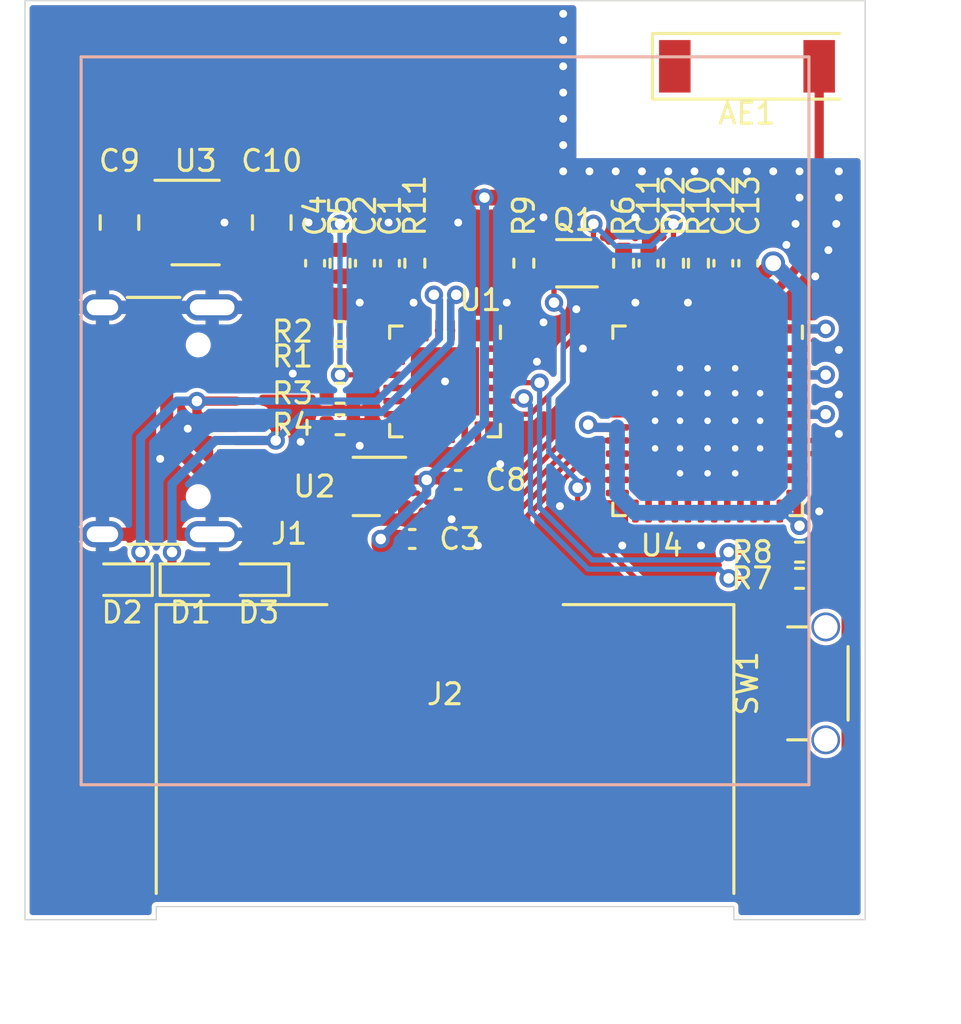
<source format=kicad_pcb>
(kicad_pcb (version 20171130) (host pcbnew "(5.1.9-0-10_14)")
  (layers (0 F.Cu signal) (31 B.Cu signal) (34 B.Paste user) (35 F.Paste user) (36 B.SilkS user) (37 F.SilkS user) (38 B.Mask user) (39 F.Mask user) (44 Edge.Cuts user))
  (net 0 "")
  (net 1 GND)
  (net 2 /D+)
  (net 3 /D-)
  (net 4 +5V)
  (net 5 +3V3)
  (net 6 /BLK)
  (net 7 /ESP_VDD)
  (net 8 "Net-(J1-PadA5)")
  (net 9 "Net-(J1-PadB5)")
  (net 10 /LEDK)
  (net 11 /ESP_TX)
  (net 12 /ESP_RX)
  (net 13 /BOOT)
  (net 14 /LCD_SDA)
  (net 15 /LCD_SCL)
  (net 16 /LCD_RES)
  (net 17 /LCD_DC)
  (net 18 /EN)
  (net 19 "Net-(AE1-Pad1)")
  (net 20 "Net-(Q1-Pad2)")
  (net 21 "Net-(Q1-Pad1)")
  (net 22 "Net-(R1-Pad1)")
  (net 23 "Net-(R5-Pad1)")
  (net 24 /RTS)
  (net 25 /USB_RX)
  (net 26 /USB_TX)
  (net 27 /DTR)
  (net 28 "Net-(C4-Pad1)")
  (net 29 "Net-(C1-Pad1)")
  (module Resistor_SMD:R_0402_1005Metric (layer F.Cu) (at 98.85 94 90)
    (fp_text reference R11 (at 0.95 0 90) (layer F.SilkS) (effects (font (size 0.8 0.8) (thickness 0.12)) (justify left)))
    (fp_text value 0)
    (pad 2 smd roundrect (at 0.51 0 90) (size 0.54 0.64) (layers F.Cu F.Paste F.Mask) (net 5 +3V3))
    (pad 1 smd roundrect (at -0.51 0 90) (size 0.54 0.64) (layers F.Cu F.Paste F.Mask) (net 29 "Net-(C1-Pad1)"))
  )
  (module JLC-SMT:ESP32-PICO_QFN-48_7x7mm_P0.5mm_EP4.5x4.5mm_ThermalVias (layer F.Cu) (at 110 100 270)
    (fp_text reference U4 (at 4.75 1.75) (layer F.SilkS) (effects (font (size 0.8 0.8) (thickness 0.12))))
    (fp_text value ESP32-PICO-V3-02)
    (pad 49 smd rect (at 0 0 270) (size 4.5 4.5) (layers B.Cu) (net 1 GND))
    (pad 49 thru_hole circle (at -1.05 2 270) (size 0.5 0.5) (drill 0.25) (layers *.Cu) (net 1 GND))
    (pad 49 thru_hole circle (at 0 2 270) (size 0.5 0.5) (drill 0.25) (layers *.Cu) (net 1 GND))
    (pad 49 thru_hole circle (at 1.05 2 270) (size 0.5 0.5) (drill 0.25) (layers *.Cu) (net 1 GND))
    (pad 49 thru_hole circle (at -1.05 1.05 270) (size 0.5 0.5) (drill 0.25) (layers *.Cu) (net 1 GND))
    (pad 49 thru_hole circle (at 0 1.05 270) (size 0.5 0.5) (drill 0.25) (layers *.Cu) (net 1 GND))
    (pad 49 thru_hole circle (at 1.05 1.05 270) (size 0.5 0.5) (drill 0.25) (layers *.Cu) (net 1 GND))
    (pad 49 thru_hole circle (at -1.05 0 270) (size 0.5 0.5) (drill 0.25) (layers *.Cu) (net 1 GND))
    (pad 49 thru_hole circle (at 0 0 270) (size 0.5 0.5) (drill 0.25) (layers *.Cu) (net 1 GND))
    (pad 49 thru_hole circle (at 1.05 0 270) (size 0.5 0.5) (drill 0.25) (layers *.Cu) (net 1 GND))
    (pad 49 thru_hole circle (at -1.05 -1.05 270) (size 0.5 0.5) (drill 0.25) (layers *.Cu) (net 1 GND))
    (pad 49 thru_hole circle (at 0 -1.05 270) (size 0.5 0.5) (drill 0.25) (layers *.Cu) (net 1 GND))
    (pad 49 thru_hole circle (at 1.05 -1.05 270) (size 0.5 0.5) (drill 0.25) (layers *.Cu) (net 1 GND))
    (pad 49 thru_hole circle (at 2 1.05 270) (size 0.5 0.5) (drill 0.25) (layers *.Cu) (net 1 GND))
    (pad 49 thru_hole circle (at -2 1.05 270) (size 0.5 0.5) (drill 0.25) (layers *.Cu) (net 1 GND))
    (pad 49 thru_hole circle (at 2 0 270) (size 0.5 0.5) (drill 0.25) (layers *.Cu) (net 1 GND))
    (pad 49 thru_hole circle (at -2 0 270) (size 0.5 0.5) (drill 0.25) (layers *.Cu) (net 1 GND))
    (pad 49 thru_hole circle (at 2 -1.05 270) (size 0.5 0.5) (drill 0.25) (layers *.Cu) (net 1 GND))
    (pad 49 thru_hole circle (at -2 -1.05 270) (size 0.5 0.5) (drill 0.25) (layers *.Cu) (net 1 GND))
    (pad 49 thru_hole circle (at 1.05 -2 270) (size 0.5 0.5) (drill 0.25) (layers *.Cu) (net 1 GND))
    (pad 49 thru_hole circle (at 0 -2 270) (size 0.5 0.5) (drill 0.25) (layers *.Cu) (net 1 GND))
    (pad 49 thru_hole circle (at -1.05 -2 270) (size 0.5 0.5) (drill 0.25) (layers *.Cu) (net 1 GND))
    (pad 49 smd rect (at 0 0 270) (size 4.5 4.5) (layers F.Cu F.Mask) (net 1 GND))
    (pad 48 smd roundrect (at -2.75 -3.4375 270) (size 0.25 0.875) (layers F.Cu F.Paste F.Mask))
    (pad 47 smd roundrect (at -2.25 -3.4375 270) (size 0.25 0.875) (layers F.Cu F.Paste F.Mask))
    (pad 46 smd roundrect (at -1.75 -3.4375 270) (size 0.25 0.875) (layers F.Cu F.Paste F.Mask) (net 7 /ESP_VDD))
    (pad 45 smd roundrect (at -1.25 -3.4375 270) (size 0.25 0.875) (layers F.Cu F.Paste F.Mask))
    (pad 44 smd roundrect (at -0.75 -3.4375 270) (size 0.25 0.875) (layers F.Cu F.Paste F.Mask))
    (pad 43 smd roundrect (at -0.25 -3.4375 270) (size 0.25 0.875) (layers F.Cu F.Paste F.Mask) (net 7 /ESP_VDD))
    (pad 42 smd roundrect (at 0.25 -3.4375 270) (size 0.25 0.875) (layers F.Cu F.Paste F.Mask))
    (pad 41 smd roundrect (at 0.75 -3.4375 270) (size 0.25 0.875) (layers F.Cu F.Paste F.Mask) (net 11 /ESP_TX))
    (pad 40 smd roundrect (at 1.25 -3.4375 270) (size 0.25 0.875) (layers F.Cu F.Paste F.Mask) (net 12 /ESP_RX))
    (pad 39 smd roundrect (at 1.75 -3.4375 270) (size 0.25 0.875) (layers F.Cu F.Paste F.Mask))
    (pad 38 smd roundrect (at 2.25 -3.4375 270) (size 0.25 0.875) (layers F.Cu F.Paste F.Mask))
    (pad 37 smd roundrect (at 2.75 -3.4375 270) (size 0.25 0.875) (layers F.Cu F.Paste F.Mask) (net 7 /ESP_VDD))
    (pad 36 smd roundrect (at 3.4375 -2.75 270) (size 0.875 0.25) (layers F.Cu F.Paste F.Mask))
    (pad 35 smd roundrect (at 3.4375 -2.25 270) (size 0.875 0.25) (layers F.Cu F.Paste F.Mask))
    (pad 34 smd roundrect (at 3.4375 -1.75 270) (size 0.875 0.25) (layers F.Cu F.Paste F.Mask))
    (pad 33 smd roundrect (at 3.4375 -1.25 270) (size 0.875 0.25) (layers F.Cu F.Paste F.Mask))
    (pad 32 smd roundrect (at 3.4375 -0.75 270) (size 0.875 0.25) (layers F.Cu F.Paste F.Mask))
    (pad 31 smd roundrect (at 3.4375 -0.25 270) (size 0.875 0.25) (layers F.Cu F.Paste F.Mask))
    (pad 30 smd roundrect (at 3.4375 0.25 270) (size 0.875 0.25) (layers F.Cu F.Paste F.Mask))
    (pad 29 smd roundrect (at 3.4375 0.75 270) (size 0.875 0.25) (layers F.Cu F.Paste F.Mask))
    (pad 28 smd roundrect (at 3.4375 1.25 270) (size 0.875 0.25) (layers F.Cu F.Paste F.Mask))
    (pad 27 smd roundrect (at 3.4375 1.75 270) (size 0.875 0.25) (layers F.Cu F.Paste F.Mask))
    (pad 26 smd roundrect (at 3.4375 2.25 270) (size 0.875 0.25) (layers F.Cu F.Paste F.Mask))
    (pad 25 smd roundrect (at 3.4375 2.75 270) (size 0.875 0.25) (layers F.Cu F.Paste F.Mask))
    (pad 24 smd roundrect (at 2.75 3.4375 270) (size 0.25 0.875) (layers F.Cu F.Paste F.Mask))
    (pad 23 smd roundrect (at 2.25 3.4375 270) (size 0.25 0.875) (layers F.Cu F.Paste F.Mask) (net 13 /BOOT))
    (pad 22 smd roundrect (at 1.75 3.4375 270) (size 0.25 0.875) (layers F.Cu F.Paste F.Mask) (net 16 /LCD_RES))
    (pad 21 smd roundrect (at 1.25 3.4375 270) (size 0.25 0.875) (layers F.Cu F.Paste F.Mask))
    (pad 20 smd roundrect (at 0.75 3.4375 270) (size 0.25 0.875) (layers F.Cu F.Paste F.Mask) (net 14 /LCD_SDA))
    (pad 19 smd roundrect (at 0.25 3.4375 270) (size 0.25 0.875) (layers F.Cu F.Paste F.Mask) (net 7 /ESP_VDD))
    (pad 18 smd roundrect (at -0.25 3.4375 270) (size 0.25 0.875) (layers F.Cu F.Paste F.Mask))
    (pad 17 smd roundrect (at -0.75 3.4375 270) (size 0.25 0.875) (layers F.Cu F.Paste F.Mask) (net 15 /LCD_SCL))
    (pad 16 smd roundrect (at -1.25 3.4375 270) (size 0.25 0.875) (layers F.Cu F.Paste F.Mask) (net 17 /LCD_DC))
    (pad 15 smd roundrect (at -1.75 3.4375 270) (size 0.25 0.875) (layers F.Cu F.Paste F.Mask))
    (pad 14 smd roundrect (at -2.25 3.4375 270) (size 0.25 0.875) (layers F.Cu F.Paste F.Mask) (net 6 /BLK))
    (pad 13 smd roundrect (at -2.75 3.4375 270) (size 0.25 0.875) (layers F.Cu F.Paste F.Mask))
    (pad 12 smd roundrect (at -3.4375 2.75 270) (size 0.875 0.25) (layers F.Cu F.Paste F.Mask))
    (pad 11 smd roundrect (at -3.4375 2.25 270) (size 0.875 0.25) (layers F.Cu F.Paste F.Mask))
    (pad 10 smd roundrect (at -3.4375 1.75 270) (size 0.875 0.25) (layers F.Cu F.Paste F.Mask))
    (pad 9 smd roundrect (at -3.4375 1.25 270) (size 0.875 0.25) (layers F.Cu F.Paste F.Mask) (net 18 /EN))
    (pad 8 smd roundrect (at -3.4375 0.75 270) (size 0.875 0.25) (layers F.Cu F.Paste F.Mask))
    (pad 7 smd roundrect (at -3.4375 0.25 270) (size 0.875 0.25) (layers F.Cu F.Paste F.Mask))
    (pad 6 smd roundrect (at -3.4375 -0.25 270) (size 0.875 0.25) (layers F.Cu F.Paste F.Mask))
    (pad 5 smd roundrect (at -3.4375 -0.75 270) (size 0.875 0.25) (layers F.Cu F.Paste F.Mask))
    (pad 4 smd roundrect (at -3.4375 -1.25 270) (size 0.875 0.25) (layers F.Cu F.Paste F.Mask) (net 7 /ESP_VDD))
    (pad 3 smd roundrect (at -3.4375 -1.75 270) (size 0.875 0.25) (layers F.Cu F.Paste F.Mask) (net 7 /ESP_VDD))
    (pad 2 smd roundrect (at -3.4375 -2.25 270) (size 0.875 0.25) (layers F.Cu F.Paste F.Mask) (net 19 "Net-(AE1-Pad1)"))
    (pad 1 smd roundrect (at -3.4375 -2.75 270) (size 0.875 0.25) (layers F.Cu F.Paste F.Mask) (net 7 /ESP_VDD))
  )
  (module Package_TO_SOT_SMD:SOT-23-5 (layer F.Cu) (at 90.5 92.449999)
    (fp_text reference U3 (at 0 -2.349999) (layer F.SilkS) (effects (font (size 0.8 0.8) (thickness 0.12))))
    (fp_text value LP2992AIM5X-3.3)
    (pad 5 smd rect (at 1.1 -0.95) (size 1.06 0.65) (layers F.Cu F.Paste F.Mask) (net 5 +3V3))
    (pad 4 smd rect (at 1.1 0.95) (size 1.06 0.65) (layers F.Cu F.Paste F.Mask) (net 28 "Net-(C4-Pad1)"))
    (pad 3 smd rect (at -1.1 0.95) (size 1.06 0.65) (layers F.Cu F.Paste F.Mask) (net 4 +5V))
    (pad 2 smd rect (at -1.1 0) (size 1.06 0.65) (layers F.Cu F.Paste F.Mask) (net 1 GND))
    (pad 1 smd rect (at -1.1 -0.95) (size 1.06 0.65) (layers F.Cu F.Paste F.Mask) (net 4 +5V))
  )
  (module Capacitor_SMD:C_0402_1005Metric (layer F.Cu) (at 95.05 94 270)
    (fp_text reference C4 (at -0.95 0 90) (layer F.SilkS) (effects (font (size 0.8 0.8) (thickness 0.12)) (justify left)))
    (fp_text value 10nF)
    (pad 2 smd roundrect (at 0.48 0 270) (size 0.56 0.62) (layers F.Cu F.Paste F.Mask) (net 1 GND))
    (pad 1 smd roundrect (at -0.48 0 270) (size 0.56 0.62) (layers F.Cu F.Paste F.Mask) (net 28 "Net-(C4-Pad1)"))
  )
  (module Package_TO_SOT_SMD:SOT-563 (layer F.Cu) (at 104.9 94 180)
    (fp_text reference Q1 (at 0 1.65 180) (layer F.SilkS) (effects (font (size 0.8 0.8) (thickness 0.12))))
    (fp_text value BC847BVC-7)
    (pad 5 smd rect (at 0.75 0 180) (size 0.7 0.4) (layers F.Cu F.Paste F.Mask) (net 21 "Net-(Q1-Pad1)"))
    (pad 4 smd rect (at 0.75 0.5 180) (size 0.7 0.4) (layers F.Cu F.Paste F.Mask) (net 20 "Net-(Q1-Pad2)"))
    (pad 2 smd rect (at -0.75 0 180) (size 0.7 0.4) (layers F.Cu F.Paste F.Mask) (net 20 "Net-(Q1-Pad2)"))
    (pad 6 smd rect (at 0.75 -0.5 180) (size 0.7 0.4) (layers F.Cu F.Paste F.Mask) (net 13 /BOOT))
    (pad 3 smd rect (at -0.75 0.5 180) (size 0.7 0.4) (layers F.Cu F.Paste F.Mask) (net 18 /EN))
    (pad 1 smd rect (at -0.75 -0.5 180) (size 0.7 0.4) (layers F.Cu F.Paste F.Mask) (net 21 "Net-(Q1-Pad1)"))
  )
  (module Capacitor_SMD:C_0402_1005Metric (layer F.Cu) (at 111.55 94 90)
    (fp_text reference C13 (at 0.95 0 90) (layer F.SilkS) (effects (font (size 0.8 0.8) (thickness 0.12)) (justify left)))
    (fp_text value 100nF)
    (pad 2 smd roundrect (at 0.48 0 90) (size 0.56 0.62) (layers F.Cu F.Paste F.Mask) (net 1 GND))
    (pad 1 smd roundrect (at -0.48 0 90) (size 0.56 0.62) (layers F.Cu F.Paste F.Mask) (net 7 /ESP_VDD))
  )
  (module Capacitor_SMD:C_0402_1005Metric (layer F.Cu) (at 110.6 94 90)
    (fp_text reference C12 (at 0.95 0 90) (layer F.SilkS) (effects (font (size 0.8 0.8) (thickness 0.12)) (justify left)))
    (fp_text value 10uF/6.3V)
    (pad 2 smd roundrect (at 0.48 0 90) (size 0.56 0.62) (layers F.Cu F.Paste F.Mask) (net 1 GND))
    (pad 1 smd roundrect (at -0.48 0 90) (size 0.56 0.62) (layers F.Cu F.Paste F.Mask) (net 7 /ESP_VDD))
  )
  (module Capacitor_SMD:C_0402_1005Metric (layer F.Cu) (at 97.899999 94 90)
    (fp_text reference C1 (at 0.95 0.000001 90) (layer F.SilkS) (effects (font (size 0.8 0.8) (thickness 0.12)) (justify left)))
    (fp_text value 4.7uF)
    (pad 2 smd roundrect (at 0.48 0 90) (size 0.56 0.62) (layers F.Cu F.Paste F.Mask) (net 1 GND))
    (pad 1 smd roundrect (at -0.48 0 90) (size 0.56 0.62) (layers F.Cu F.Paste F.Mask) (net 29 "Net-(C1-Pad1)"))
  )
  (module Package_DFN_QFN:QFN-24-1EP_4x4mm_P0.5mm_EP2.6x2.6mm (layer F.Cu) (at 100 98.5 270)
    (fp_text reference U1 (at -3.1 -1.35 180) (layer F.SilkS) (effects (font (size 0.8 0.8) (thickness 0.12))))
    (fp_text value CP2102N-A02-GQFN24R)
    (pad 25 smd rect (at 0 0 270) (size 2.6 2.6) (layers F.Cu F.Mask) (net 1 GND))
    (pad 24 smd roundrect (at -1.25 -1.9375 270) (size 0.25 0.825) (layers F.Cu F.Paste F.Mask))
    (pad 23 smd roundrect (at -0.75 -1.9375 270) (size 0.25 0.825) (layers F.Cu F.Paste F.Mask) (net 27 /DTR))
    (pad 22 smd roundrect (at -0.25 -1.9375 270) (size 0.25 0.825) (layers F.Cu F.Paste F.Mask))
    (pad 21 smd roundrect (at 0.25 -1.9375 270) (size 0.25 0.825) (layers F.Cu F.Paste F.Mask) (net 26 /USB_TX))
    (pad 20 smd roundrect (at 0.75 -1.9375 270) (size 0.25 0.825) (layers F.Cu F.Paste F.Mask) (net 25 /USB_RX))
    (pad 19 smd roundrect (at 1.25 -1.9375 270) (size 0.25 0.825) (layers F.Cu F.Paste F.Mask) (net 24 /RTS))
    (pad 18 smd roundrect (at 1.9375 -1.25 270) (size 0.825 0.25) (layers F.Cu F.Paste F.Mask))
    (pad 17 smd roundrect (at 1.9375 -0.75 270) (size 0.825 0.25) (layers F.Cu F.Paste F.Mask))
    (pad 16 smd roundrect (at 1.9375 -0.25 270) (size 0.825 0.25) (layers F.Cu F.Paste F.Mask))
    (pad 15 smd roundrect (at 1.9375 0.25 270) (size 0.825 0.25) (layers F.Cu F.Paste F.Mask))
    (pad 14 smd roundrect (at 1.9375 0.75 270) (size 0.825 0.25) (layers F.Cu F.Paste F.Mask))
    (pad 13 smd roundrect (at 1.9375 1.25 270) (size 0.825 0.25) (layers F.Cu F.Paste F.Mask))
    (pad 12 smd roundrect (at 1.25 1.9375 270) (size 0.25 0.825) (layers F.Cu F.Paste F.Mask))
    (pad 11 smd roundrect (at 0.75 1.9375 270) (size 0.25 0.825) (layers F.Cu F.Paste F.Mask))
    (pad 10 smd roundrect (at 0.25 1.9375 270) (size 0.25 0.825) (layers F.Cu F.Paste F.Mask))
    (pad 9 smd roundrect (at -0.25 1.9375 270) (size 0.25 0.825) (layers F.Cu F.Paste F.Mask) (net 23 "Net-(R5-Pad1)"))
    (pad 8 smd roundrect (at -0.75 1.9375 270) (size 0.25 0.825) (layers F.Cu F.Paste F.Mask) (net 22 "Net-(R1-Pad1)"))
    (pad 7 smd roundrect (at -1.25 1.9375 270) (size 0.25 0.825) (layers F.Cu F.Paste F.Mask) (net 29 "Net-(C1-Pad1)"))
    (pad 6 smd roundrect (at -1.9375 1.25 270) (size 0.825 0.25) (layers F.Cu F.Paste F.Mask) (net 29 "Net-(C1-Pad1)"))
    (pad 5 smd roundrect (at -1.9375 0.75 270) (size 0.825 0.25) (layers F.Cu F.Paste F.Mask) (net 29 "Net-(C1-Pad1)"))
    (pad 4 smd roundrect (at -1.9375 0.25 270) (size 0.825 0.25) (layers F.Cu F.Paste F.Mask) (net 3 /D-))
    (pad 3 smd roundrect (at -1.9375 -0.25 270) (size 0.825 0.25) (layers F.Cu F.Paste F.Mask) (net 2 /D+))
    (pad 2 smd roundrect (at -1.9375 -0.75 270) (size 0.825 0.25) (layers F.Cu F.Paste F.Mask) (net 1 GND))
    (pad 1 smd roundrect (at -1.9375 -1.25 270) (size 0.825 0.25) (layers F.Cu F.Paste F.Mask))
  )
  (module Resistor_SMD:R_0402_1005Metric (layer F.Cu) (at 103 94 90)
    (fp_text reference R9 (at 0.95 0 90) (layer F.SilkS) (effects (font (size 0.8 0.8) (thickness 0.12)) (justify left)))
    (fp_text value 10K)
    (pad 2 smd roundrect (at 0.51 0 90) (size 0.54 0.64) (layers F.Cu F.Paste F.Mask) (net 21 "Net-(Q1-Pad1)"))
    (pad 1 smd roundrect (at -0.51 0 90) (size 0.54 0.64) (layers F.Cu F.Paste F.Mask) (net 27 /DTR))
  )
  (module Resistor_SMD:R_0402_1005Metric (layer F.Cu) (at 113.5 105 180)
    (fp_text reference R8 (at 0.94 0) (layer F.SilkS) (effects (font (size 0.8 0.8) (thickness 0.12)) (justify right)))
    (fp_text value 1K)
    (pad 2 smd roundrect (at 0.51 0 180) (size 0.54 0.64) (layers F.Cu F.Paste F.Mask) (net 26 /USB_TX))
    (pad 1 smd roundrect (at -0.51 0 180) (size 0.54 0.64) (layers F.Cu F.Paste F.Mask) (net 12 /ESP_RX))
  )
  (module Resistor_SMD:R_0402_1005Metric (layer F.Cu) (at 113.5 106 180)
    (fp_text reference R7 (at 0.95 0) (layer F.SilkS) (effects (font (size 0.8 0.8) (thickness 0.12)) (justify right)))
    (fp_text value 1K)
    (pad 2 smd roundrect (at 0.51 0 180) (size 0.54 0.64) (layers F.Cu F.Paste F.Mask) (net 25 /USB_RX))
    (pad 1 smd roundrect (at -0.51 0 180) (size 0.54 0.64) (layers F.Cu F.Paste F.Mask) (net 11 /ESP_TX))
  )
  (module Resistor_SMD:R_0402_1005Metric (layer F.Cu) (at 106.8 94 270)
    (fp_text reference R6 (at -0.95 0 270) (layer F.SilkS) (effects (font (size 0.8 0.8) (thickness 0.12)) (justify left)))
    (fp_text value 10K)
    (pad 2 smd roundrect (at 0.51 0 270) (size 0.54 0.64) (layers F.Cu F.Paste F.Mask) (net 24 /RTS))
    (pad 1 smd roundrect (at -0.51 0 270) (size 0.54 0.64) (layers F.Cu F.Paste F.Mask) (net 20 "Net-(Q1-Pad2)"))
  )
  (module Resistor_SMD:R_0402_1005Metric (layer F.Cu) (at 96 94 270)
    (fp_text reference R5 (at -0.95 0 90) (layer F.SilkS) (effects (font (size 0.8 0.8) (thickness 0.12)) (justify left)))
    (fp_text value 1K)
    (pad 2 smd roundrect (at 0.51 0 270) (size 0.54 0.64) (layers F.Cu F.Paste F.Mask) (net 29 "Net-(C1-Pad1)"))
    (pad 1 smd roundrect (at -0.51 0 270) (size 0.54 0.64) (layers F.Cu F.Paste F.Mask) (net 23 "Net-(R5-Pad1)"))
  )
  (module Resistor_SMD:R_0402_1005Metric (layer F.Cu) (at 96 96.6 180)
    (fp_text reference R2 (at 0.95 0) (layer F.SilkS) (effects (font (size 0.8 0.8) (thickness 0.12)) (justify right)))
    (fp_text value "47.5K(1%)")
    (pad 2 smd roundrect (at 0.51 0 180) (size 0.54 0.64) (layers F.Cu F.Paste F.Mask) (net 1 GND))
    (pad 1 smd roundrect (at -0.51 0 180) (size 0.54 0.64) (layers F.Cu F.Paste F.Mask) (net 22 "Net-(R1-Pad1)"))
  )
  (module Resistor_SMD:R_0402_1005Metric (layer F.Cu) (at 96 97.55 180)
    (fp_text reference R1 (at 0.95 0) (layer F.SilkS) (effects (font (size 0.8 0.8) (thickness 0.12)) (justify right)))
    (fp_text value "22.1K(1%)")
    (pad 2 smd roundrect (at 0.51 0 180) (size 0.54 0.64) (layers F.Cu F.Paste F.Mask) (net 4 +5V))
    (pad 1 smd roundrect (at -0.51 0 180) (size 0.54 0.64) (layers F.Cu F.Paste F.Mask) (net 22 "Net-(R1-Pad1)"))
  )
  (module Capacitor_SMD:C_0402_1005Metric (layer F.Cu) (at 96.95 94 90)
    (fp_text reference C2 (at 0.95 0 90) (layer F.SilkS) (effects (font (size 0.8 0.8) (thickness 0.12)) (justify left)))
    (fp_text value 100nF)
    (pad 2 smd roundrect (at 0.48 0 90) (size 0.56 0.62) (layers F.Cu F.Paste F.Mask) (net 1 GND))
    (pad 1 smd roundrect (at -0.48 0 90) (size 0.56 0.62) (layers F.Cu F.Paste F.Mask) (net 29 "Net-(C1-Pad1)"))
  )
  (module ZJY:ZJY_01x12_P0.7x4.0mm (layer F.Cu) (at 100 107.41)
    (fp_text reference J2 (at 0 3) (layer F.SilkS) (effects (font (size 0.8 0.8) (thickness 0.12))))
    (fp_text value ZJY154T-PG04)
    (pad 12 smd rect (at 3.85 0) (size 0.35 4) (layers F.Cu F.Paste F.Mask) (net 1 GND))
    (pad 11 smd rect (at 3.15 0) (size 0.35 4) (layers F.Cu F.Paste F.Mask) (net 16 /LCD_RES))
    (pad 10 smd rect (at 2.45 0) (size 0.35 4) (layers F.Cu F.Paste F.Mask) (net 14 /LCD_SDA))
    (pad 9 smd rect (at 1.75 0) (size 0.35 4) (layers F.Cu F.Paste F.Mask) (net 15 /LCD_SCL))
    (pad 8 smd rect (at 1.05 0) (size 0.35 4) (layers F.Cu F.Paste F.Mask) (net 1 GND))
    (pad 7 smd rect (at 0.35 0) (size 0.35 4) (layers F.Cu F.Paste F.Mask) (net 17 /LCD_DC))
    (pad 6 smd rect (at -0.35 0) (size 0.35 4) (layers F.Cu F.Paste F.Mask) (net 1 GND))
    (pad 5 smd rect (at -1.05 0) (size 0.35 4) (layers F.Cu F.Paste F.Mask) (net 1 GND))
    (pad 4 smd rect (at -1.75 0) (size 0.35 4) (layers F.Cu F.Paste F.Mask) (net 5 +3V3))
    (pad 3 smd rect (at -2.45 0) (size 0.35 4) (layers F.Cu F.Paste F.Mask) (net 5 +3V3))
    (pad 2 smd rect (at -3.15 0) (size 0.35 4) (layers F.Cu F.Paste F.Mask) (net 10 /LEDK))
    (pad 1 smd rect (at -3.85 0) (size 0.35 4) (layers F.Cu F.Paste F.Mask) (net 1 GND))
  )
  (module Resistor_SMD:R_0402_1005Metric (layer F.Cu) (at 108.7 94 90)
    (fp_text reference R12 (at 0.95 0 90) (layer F.SilkS) (effects (font (size 0.8 0.8) (thickness 0.12)) (justify left)))
    (fp_text value 10K)
    (pad 2 smd roundrect (at 0.51 0 90) (size 0.54 0.64) (layers F.Cu F.Paste F.Mask) (net 18 /EN))
    (pad 1 smd roundrect (at -0.51 0 90) (size 0.54 0.64) (layers F.Cu F.Paste F.Mask) (net 7 /ESP_VDD))
  )
  (module Resistor_SMD:R_0402_1005Metric (layer F.Cu) (at 109.65 94 90)
    (fp_text reference R10 (at 0.95 0 90) (layer F.SilkS) (effects (font (size 0.8 0.8) (thickness 0.12)) (justify left)))
    (fp_text value 0)
    (pad 2 smd roundrect (at 0.51 0 90) (size 0.54 0.64) (layers F.Cu F.Paste F.Mask) (net 5 +3V3))
    (pad 1 smd roundrect (at -0.51 0 90) (size 0.54 0.64) (layers F.Cu F.Paste F.Mask) (net 7 /ESP_VDD))
  )
  (module Resistor_SMD:R_0402_1005Metric (layer F.Cu) (at 96 100.15 180)
    (fp_text reference R4 (at 0.95 0) (layer F.SilkS) (effects (font (size 0.8 0.8) (thickness 0.12)) (justify right)))
    (fp_text value 5.1K)
    (pad 2 smd roundrect (at 0.51 0 180) (size 0.54 0.64) (layers F.Cu F.Paste F.Mask) (net 9 "Net-(J1-PadB5)"))
    (pad 1 smd roundrect (at -0.51 0 180) (size 0.54 0.64) (layers F.Cu F.Paste F.Mask) (net 1 GND))
  )
  (module Resistor_SMD:R_0402_1005Metric (layer F.Cu) (at 96 98.95 180)
    (fp_text reference R3 (at 0.95 0) (layer F.SilkS) (effects (font (size 0.8 0.8) (thickness 0.12)) (justify right)))
    (fp_text value 5.1K)
    (pad 2 smd roundrect (at 0.51 0 180) (size 0.54 0.64) (layers F.Cu F.Paste F.Mask) (net 8 "Net-(J1-PadA5)"))
    (pad 1 smd roundrect (at -0.51 0 180) (size 0.54 0.64) (layers F.Cu F.Paste F.Mask) (net 1 GND))
  )
  (module Diode_SMD:D_SOD-523 (layer F.Cu) (at 92.9 106.05 180)
    (fp_text reference D3 (at 0 -1.25) (layer F.SilkS) (effects (font (size 0.8 0.8) (thickness 0.12))))
    (fp_text value LESD5Z5.0CT1G)
    (pad 1 smd rect (at -0.7 0) (size 0.6 0.7) (layers F.Cu F.Paste F.Mask) (net 4 +5V))
    (pad 2 smd rect (at 0.7 0) (size 0.6 0.7) (layers F.Cu F.Paste F.Mask) (net 1 GND))
  )
  (module Diode_SMD:D_SOD-523 (layer F.Cu) (at 87.7 106.05 180)
    (fp_text reference D2 (at 0 -1.25) (layer F.SilkS) (effects (font (size 0.8 0.8) (thickness 0.12))))
    (fp_text value LESD5Z5.0CT1G)
    (pad 1 smd rect (at -0.7 0) (size 0.6 0.7) (layers F.Cu F.Paste F.Mask) (net 3 /D-))
    (pad 2 smd rect (at 0.7 0) (size 0.6 0.7) (layers F.Cu F.Paste F.Mask) (net 1 GND))
  )
  (module Diode_SMD:D_SOD-523 (layer F.Cu) (at 90.3 106.05)
    (fp_text reference D1 (at 0 1.25) (layer F.SilkS) (effects (font (size 0.8 0.8) (thickness 0.12))))
    (fp_text value LESD5Z5.0CT1G)
    (pad 1 smd rect (at -0.7 0 180) (size 0.6 0.7) (layers F.Cu F.Paste F.Mask) (net 2 /D+))
    (pad 2 smd rect (at 0.7 0 180) (size 0.6 0.7) (layers F.Cu F.Paste F.Mask) (net 1 GND))
  )
  (module Capacitor_SMD:C_0402_1005Metric (layer F.Cu) (at 107.75 94 90)
    (fp_text reference C11 (at 0.95 0 90) (layer F.SilkS) (effects (font (size 0.8 0.8) (thickness 0.12)) (justify left)))
    (fp_text value 1uF)
    (pad 2 smd roundrect (at 0.48 0 90) (size 0.56 0.62) (layers F.Cu F.Paste F.Mask) (net 1 GND))
    (pad 1 smd roundrect (at -0.48 0 90) (size 0.56 0.62) (layers F.Cu F.Paste F.Mask) (net 18 /EN))
  )
  (module Capacitor_SMD:C_0805_2012Metric (layer F.Cu) (at 93.4 92.45 270)
    (fp_text reference C10 (at -2.35 0 180) (layer F.SilkS) (effects (font (size 0.8 0.8) (thickness 0.12))))
    (fp_text value "10uF/25V(10%)")
    (pad 2 smd roundrect (at 0.95 0 270) (size 1 1.45) (layers F.Cu F.Paste F.Mask) (net 1 GND))
    (pad 1 smd roundrect (at -0.95 0 270) (size 1 1.45) (layers F.Cu F.Paste F.Mask) (net 5 +3V3))
  )
  (module Capacitor_SMD:C_0805_2012Metric (layer F.Cu) (at 87.6 92.45 270)
    (fp_text reference C9 (at -2.35 0 180) (layer F.SilkS) (effects (font (size 0.8 0.8) (thickness 0.12))))
    (fp_text value "10uF/25V(10%)")
    (pad 2 smd roundrect (at 0.95 0 270) (size 1 1.45) (layers F.Cu F.Paste F.Mask) (net 1 GND))
    (pad 1 smd roundrect (at -0.95 0 270) (size 1 1.45) (layers F.Cu F.Paste F.Mask) (net 4 +5V))
  )
  (module Capacitor_SMD:C_0402_1005Metric (layer F.Cu) (at 100.5 102.25)
    (fp_text reference C8 (at 0.95 0) (layer F.SilkS) (effects (font (size 0.8 0.8) (thickness 0.12)) (justify left)))
    (fp_text value 1uF)
    (pad 2 smd roundrect (at 0.48 0) (size 0.56 0.62) (layers F.Cu F.Paste F.Mask) (net 1 GND))
    (pad 1 smd roundrect (at -0.48 0) (size 0.56 0.62) (layers F.Cu F.Paste F.Mask) (net 5 +3V3))
  )
  (module Capacitor_SMD:C_0402_1005Metric (layer F.Cu) (at 98.75 104.5)
    (fp_text reference C3 (at 0.95 0) (layer F.SilkS) (effects (font (size 0.8 0.8) (thickness 0.12)) (justify left)))
    (fp_text value 1uF)
    (pad 2 smd roundrect (at 0.48 0) (size 0.56 0.62) (layers F.Cu F.Paste F.Mask) (net 1 GND))
    (pad 1 smd roundrect (at -0.48 0) (size 0.56 0.62) (layers F.Cu F.Paste F.Mask) (net 5 +3V3))
  )
  (module JLC-SMT:CrossAir_CA-C03 (layer F.Cu) (at 111.5 86.5 180)
    (fp_text reference AE1 (at 0 -1.8) (layer F.SilkS) (effects (font (size 0.8 0.8) (thickness 0.12))))
    (fp_text value CA-C03)
    (pad "" smd rect (at 2.75 0 180) (size 1.2 2) (layers F.Cu F.Paste F.Mask))
    (pad 1 smd rect (at -2.75 0 180) (size 1.2 2) (layers F.Cu F.Paste F.Mask) (net 19 "Net-(AE1-Pad1)"))
  )
  (module JLC-SMT:AW9364DNR_DFN2x2-8L (layer F.Cu) (at 97.5 102.5 180)
    (fp_text reference U2 (at 1.6 0) (layer F.SilkS) (effects (font (size 0.8 0.8) (thickness 0.12)) (justify right)))
    (fp_text value AW9364DNR)
    (pad 9 smd rect (at 0 0 180) (size 0.6 1.2) (layers F.Cu F.Mask))
    (pad 8 smd roundrect (at 0.9625 -0.75 180) (size 0.775 0.25) (layers F.Cu F.Paste F.Mask) (net 10 /LEDK))
    (pad 7 smd roundrect (at 0.9625 -0.25 180) (size 0.775 0.25) (layers F.Cu F.Paste F.Mask))
    (pad 6 smd roundrect (at 0.9625 0.25 180) (size 0.775 0.25) (layers F.Cu F.Paste F.Mask))
    (pad 5 smd roundrect (at 0.9625 0.75 180) (size 0.775 0.25) (layers F.Cu F.Paste F.Mask))
    (pad 4 smd roundrect (at -0.9625 0.75 180) (size 0.775 0.25) (layers F.Cu F.Paste F.Mask) (net 1 GND))
    (pad 3 smd roundrect (at -0.9625 0.25 180) (size 0.775 0.25) (layers F.Cu F.Paste F.Mask) (net 5 +3V3))
    (pad 2 smd roundrect (at -0.9625 -0.25 180) (size 0.775 0.25) (layers F.Cu F.Paste F.Mask) (net 6 /BLK))
    (pad 1 smd roundrect (at -0.9625 -0.75 180) (size 0.775 0.25) (layers F.Cu F.Paste F.Mask) (net 1 GND))
  )
  (module JLC-SMT:SHOUHAN_TS24ZJ (layer F.Cu) (at 114.5 110 90)
    (fp_text reference SW1 (at 0 -3 90) (layer F.SilkS) (effects (font (size 0.8 0.8) (thickness 0.12))))
    (fp_text value TS24ZJ)
    (pad "" thru_hole circle (at 2.15 0 90) (size 1.1 1.1) (drill 0.9) (layers *.Cu *.Mask))
    (pad "" smd rect (at 0 -1.6 90) (size 1.5 1) (layers F.Cu F.Paste F.Mask))
    (pad 2 smd rect (at 1.7 -1.3 90) (size 0.7 1.2) (layers F.Cu F.Paste F.Mask) (net 13 /BOOT))
    (pad 1 smd rect (at -1.7 -1.3 90) (size 0.7 1.2) (layers F.Cu F.Paste F.Mask) (net 1 GND))
    (pad "" smd rect (at 2.1 0.95 90) (size 1.1 0.7) (layers F.Cu F.Paste F.Mask))
    (pad "" smd rect (at -2.1 0.95 90) (size 1.1 0.7) (layers F.Cu F.Paste F.Mask))
    (pad "" thru_hole circle (at -2.15 0 90) (size 1.1 1.1) (drill 0.9) (layers *.Cu *.Mask))
  )
  (module JLC-SMT:HRO_TYPE-C-31-M-12 (layer F.Cu) (at 88 100 270)
    (fp_text reference J1 (at 4.3 -5.3 180) (layer F.SilkS) (effects (font (size 0.8 0.8) (thickness 0.12)) (justify left)))
    (fp_text value TYPE-C-31-M-12)
    (pad B1 smd rect (at 3.25 -4.045 270) (size 0.6 1.45) (layers F.Cu F.Paste F.Mask) (net 1 GND))
    (pad A9 smd rect (at 2.45 -4.045 270) (size 0.6 1.45) (layers F.Cu F.Paste F.Mask) (net 4 +5V))
    (pad B9 smd rect (at -2.45 -4.045 270) (size 0.6 1.45) (layers F.Cu F.Paste F.Mask) (net 4 +5V))
    (pad B12 smd rect (at -3.25 -4.045 270) (size 0.6 1.45) (layers F.Cu F.Paste F.Mask) (net 1 GND))
    (pad A1 smd rect (at -3.25 -4.045 270) (size 0.6 1.45) (layers F.Cu F.Paste F.Mask) (net 1 GND))
    (pad A4 smd rect (at -2.45 -4.045 270) (size 0.6 1.45) (layers F.Cu F.Paste F.Mask) (net 4 +5V))
    (pad B4 smd rect (at 2.45 -4.045 270) (size 0.6 1.45) (layers F.Cu F.Paste F.Mask) (net 4 +5V))
    (pad A12 smd rect (at 3.25 -4.045 270) (size 0.6 1.45) (layers F.Cu F.Paste F.Mask) (net 1 GND))
    (pad B8 smd rect (at -1.75 -4.045 270) (size 0.3 1.45) (layers F.Cu F.Paste F.Mask))
    (pad A5 smd rect (at -1.25 -4.045 270) (size 0.3 1.45) (layers F.Cu F.Paste F.Mask) (net 8 "Net-(J1-PadA5)"))
    (pad B7 smd rect (at -0.75 -4.045 270) (size 0.3 1.45) (layers F.Cu F.Paste F.Mask) (net 3 /D-))
    (pad A7 smd rect (at 0.25 -4.045 270) (size 0.3 1.45) (layers F.Cu F.Paste F.Mask) (net 3 /D-))
    (pad B6 smd rect (at 0.75 -4.045 270) (size 0.3 1.45) (layers F.Cu F.Paste F.Mask) (net 2 /D+))
    (pad A8 smd rect (at 1.25 -4.045 270) (size 0.3 1.45) (layers F.Cu F.Paste F.Mask))
    (pad B5 smd rect (at 1.75 -4.045 270) (size 0.3 1.45) (layers F.Cu F.Paste F.Mask) (net 9 "Net-(J1-PadB5)"))
    (pad A6 smd rect (at -0.25 -4.045 270) (size 0.3 1.45) (layers F.Cu F.Paste F.Mask) (net 2 /D+))
    (pad S1 thru_hole oval (at 4.32 -3.13 270) (size 1 2.1) (drill oval 0.6 1.7) (layers *.Cu *.Mask) (net 1 GND))
    (pad S1 thru_hole oval (at -4.32 -3.13 270) (size 1 2.1) (drill oval 0.6 1.7) (layers *.Cu *.Mask) (net 1 GND))
    (pad "" np_thru_hole circle (at -2.89 -2.6 270) (size 0.65 0.65) (drill 0.65) (layers *.Cu *.Mask))
    (pad S1 thru_hole oval (at -4.32 1.05 270) (size 1 1.6) (drill oval 0.6 1.2) (layers *.Cu *.Mask) (net 1 GND))
    (pad "" np_thru_hole circle (at 2.89 -2.6 270) (size 0.65 0.65) (drill 0.65) (layers *.Cu *.Mask))
    (pad S1 thru_hole oval (at 4.32 1.05 270) (size 1 1.6) (drill oval 0.6 1.2) (layers *.Cu *.Mask) (net 1 GND))
  )
  (gr_line (start 111 107) (end 111 118) (layer F.SilkS) (width 0.12))
  (gr_line (start 104.5 107) (end 111 107) (layer F.SilkS) (width 0.12))
  (gr_line (start 89 107) (end 95.5 107) (layer F.SilkS) (width 0.12))
  (gr_line (start 89 118) (end 89 107) (layer F.SilkS) (width 0.12))
  (gr_line (start 111 119) (end 116 119) (layer Edge.Cuts) (width 0.05))
  (gr_line (start 111 118.5) (end 111 119) (layer Edge.Cuts) (width 0.05))
  (gr_line (start 89 119) (end 89 118.5) (layer Edge.Cuts) (width 0.05))
  (gr_line (start 84 119) (end 89 119) (layer Edge.Cuts) (width 0.05))
  (gr_line (start 116 84) (end 84 84) (layer Edge.Cuts) (width 0.05))
  (gr_line (start 116 119) (end 116 84) (layer Edge.Cuts) (width 0.05))
  (gr_line (start 89 118.5) (end 111 118.5) (layer Edge.Cuts) (width 0.05))
  (gr_line (start 84 84) (end 84 119) (layer Edge.Cuts) (width 0.05))
  (gr_line (start 86.14 86.14) (end 113.86 86.14) (layer B.SilkS) (width 0.12))
  (gr_line (start 113.86 86.14) (end 113.86 113.86) (layer B.SilkS) (width 0.12))
  (gr_line (start 86.14 113.86) (end 113.86 113.86) (layer B.SilkS) (width 0.12))
  (gr_line (start 86.14 86.14) (end 86.14 113.86) (layer B.SilkS) (width 0.12))
  (via (at 100 98.5) (size 0.5) (drill 0.3) (layers F.Cu B.Cu) (net 1))
  (via (at 114.25 103.45) (size 0.5) (drill 0.3) (layers F.Cu B.Cu) (net 1))
  (via (at 105 95.75) (size 0.5) (drill 0.3) (layers F.Cu B.Cu) (net 1))
  (via (at 103.5 97.75) (size 0.5) (drill 0.3) (layers F.Cu B.Cu) (net 1))
  (via (at 107.25 95.5) (size 0.5) (drill 0.3) (layers F.Cu B.Cu) (net 1))
  (via (at 105.25 97.25) (size 0.5) (drill 0.3) (layers F.Cu B.Cu) (net 1))
  (via (at 104.375 103.25) (size 0.5) (drill 0.3) (layers F.Cu B.Cu) (net 1))
  (via (at 106.75 104.75) (size 0.5) (drill 0.3) (layers F.Cu B.Cu) (net 1))
  (via (at 109.75 104.75) (size 0.5) (drill 0.3) (layers F.Cu B.Cu) (net 1))
  (via (at 115 97.3) (size 0.5) (drill 0.3) (layers F.Cu B.Cu) (net 1))
  (via (at 115 99) (size 0.5) (drill 0.3) (layers F.Cu B.Cu) (net 1))
  (via (at 115 100.5) (size 0.5) (drill 0.3) (layers F.Cu B.Cu) (net 1))
  (via (at 109.25 95.5) (size 0.5) (drill 0.3) (layers F.Cu B.Cu) (net 1))
  (via (at 113.5 90.5) (size 0.5) (drill 0.3) (layers F.Cu B.Cu) (net 1))
  (via (at 112.5 90.5) (size 0.5) (drill 0.3) (layers F.Cu B.Cu) (net 1))
  (via (at 111.5 90.5) (size 0.5) (drill 0.3) (layers F.Cu B.Cu) (net 1))
  (via (at 110.5 90.5) (size 0.5) (drill 0.3) (layers F.Cu B.Cu) (net 1))
  (via (at 109.5 90.5) (size 0.5) (drill 0.3) (layers F.Cu B.Cu) (net 1))
  (via (at 108.5 90.5) (size 0.5) (drill 0.3) (layers F.Cu B.Cu) (net 1))
  (via (at 107.5 90.5) (size 0.5) (drill 0.3) (layers F.Cu B.Cu) (net 1))
  (via (at 106.5 90.5) (size 0.5) (drill 0.3) (layers F.Cu B.Cu) (net 1))
  (via (at 105.5 90.5) (size 0.5) (drill 0.3) (layers F.Cu B.Cu) (net 1))
  (via (at 104.5 90.5) (size 0.5) (drill 0.3) (layers F.Cu B.Cu) (net 1))
  (via (at 104.5 89.5) (size 0.5) (drill 0.3) (layers F.Cu B.Cu) (net 1))
  (via (at 104.5 88.5) (size 0.5) (drill 0.3) (layers F.Cu B.Cu) (net 1))
  (via (at 104.5 87.5) (size 0.5) (drill 0.3) (layers F.Cu B.Cu) (net 1))
  (via (at 104.5 86.5) (size 0.5) (drill 0.3) (layers F.Cu B.Cu) (net 1))
  (via (at 104.5 85.5) (size 0.5) (drill 0.3) (layers F.Cu B.Cu) (net 1))
  (via (at 104.5 84.5) (size 0.5) (drill 0.3) (layers F.Cu B.Cu) (net 1))
  (via (at 115 90.5) (size 0.5) (drill 0.3) (layers F.Cu B.Cu) (net 1))
  (via (at 113.5 91.5) (size 0.5) (drill 0.3) (layers F.Cu B.Cu) (net 1))
  (via (at 115 91.5) (size 0.5) (drill 0.3) (layers F.Cu B.Cu) (net 1))
  (via (at 114.9 92.5) (size 0.5) (drill 0.3) (layers F.Cu B.Cu) (net 1))
  (via (at 114.6 93.5) (size 0.5) (drill 0.3) (layers F.Cu B.Cu) (net 1))
  (via (at 114.1 94.5) (size 0.5) (drill 0.3) (layers F.Cu B.Cu) (net 1))
  (via (at 113.35 92.5) (size 0.5) (drill 0.3) (layers F.Cu B.Cu) (net 1))
  (via (at 113 93.3) (size 0.5) (drill 0.3) (layers F.Cu B.Cu) (net 1))
  (via (at 94.2 98.2) (size 0.5) (drill 0.3) (layers F.Cu B.Cu) (net 1))
  (via (at 102.35 95.5) (size 0.5) (drill 0.3) (layers F.Cu B.Cu) (net 1))
  (via (at 103.75 96.25) (size 0.5) (drill 0.3) (layers F.Cu B.Cu) (net 1))
  (segment (start 100.75 96.5625) (end 100.75 97.75) (width 0.35) (layer F.Cu) (net 1))
  (segment (start 100.75 97.75) (end 100 98.5) (width 0.35) (layer F.Cu) (net 1))
  (via (at 96.75 95.5) (size 0.5) (drill 0.3) (layers F.Cu B.Cu) (net 1))
  (via (at 107.25 92.25) (size 0.5) (drill 0.3) (layers F.Cu B.Cu) (net 1))
  (via (at 103.75 92.25) (size 0.5) (drill 0.3) (layers F.Cu B.Cu) (net 1))
  (via (at 101.25 104.75) (size 0.5) (drill 0.3) (layers F.Cu B.Cu) (net 1))
  (via (at 90.2 100.3) (size 0.5) (drill 0.3) (layers F.Cu B.Cu) (net 1))
  (via (at 89.15 101.45) (size 0.5) (drill 0.3) (layers F.Cu B.Cu) (net 1))
  (via (at 100.25 103.75) (size 0.5) (drill 0.3) (layers F.Cu B.Cu) (net 1))
  (via (at 102.1 101.65) (size 0.5) (drill 0.3) (layers F.Cu B.Cu) (net 1))
  (via (at 96.75 100.95) (size 0.5) (drill 0.3) (layers F.Cu B.Cu) (net 1))
  (segment (start 101.351978 95.5) (end 102.35 95.5) (width 0.35) (layer F.Cu) (net 1))
  (segment (start 100.75 96.101978) (end 101.351978 95.5) (width 0.35) (layer F.Cu) (net 1))
  (segment (start 100.75 96.5625) (end 100.75 96.101978) (width 0.35) (layer F.Cu) (net 1))
  (via (at 98.8 95.5) (size 0.5) (drill 0.3) (layers F.Cu B.Cu) (net 1))
  (via (at 94.5 100.8) (size 0.5) (drill 0.3) (layers F.Cu B.Cu) (net 1))
  (via (at 91.6 92.45) (size 0.5) (drill 0.3) (layers F.Cu B.Cu) (net 1))
  (via (at 94.8 92.45) (size 0.5) (drill 0.3) (layers F.Cu B.Cu) (net 1))
  (via (at 97.85 92.45) (size 0.5) (drill 0.3) (layers F.Cu B.Cu) (net 1))
  (via (at 100.5 92.45) (size 0.5) (drill 0.3) (layers F.Cu B.Cu) (net 1))
  (via (at 93.55 100.75) (size 0.7) (drill 0.4) (layers F.Cu B.Cu) (net 2))
  (segment (start 94.62 99.68) (end 97.574056 99.68) (width 0.28) (layer B.Cu) (net 2))
  (segment (start 93.55 100.75) (end 94.62 99.68) (width 0.28) (layer B.Cu) (net 2))
  (segment (start 93.55 100.294998) (end 93.55 100.75) (width 0.35) (layer F.Cu) (net 2))
  (segment (start 93.005002 99.75) (end 93.55 100.294998) (width 0.35) (layer F.Cu) (net 2))
  (segment (start 92.045 99.75) (end 93.005002 99.75) (width 0.35) (layer F.Cu) (net 2))
  (segment (start 92.045 100.75) (end 93.55 100.75) (width 0.35) (layer F.Cu) (net 2))
  (segment (start 97.574056 99.68) (end 100.215 97.039056) (width 0.28) (layer B.Cu) (net 2))
  (segment (start 93.55 100.75) (end 91.25 100.75) (width 0.35) (layer B.Cu) (net 2))
  (via (at 89.6 105) (size 0.7) (drill 0.4) (layers F.Cu B.Cu) (net 2))
  (segment (start 89.6 106.05) (end 89.6 105) (width 0.35) (layer F.Cu) (net 2))
  (segment (start 89.6 102.4) (end 91.25 100.75) (width 0.35) (layer B.Cu) (net 2))
  (segment (start 89.6 105) (end 89.6 102.4) (width 0.35) (layer B.Cu) (net 2))
  (segment (start 100.215 95.41) (end 100.425 95.2) (width 0.28) (layer F.Cu) (net 2))
  (segment (start 100.215 96.5275) (end 100.215 95.41) (width 0.28) (layer F.Cu) (net 2))
  (segment (start 100.25 96.5625) (end 100.215 96.5275) (width 0.28) (layer F.Cu) (net 2))
  (via (at 100.425 95.2) (size 0.7) (drill 0.4) (layers F.Cu B.Cu) (net 2))
  (segment (start 100.215 95.41) (end 100.215 97.039056) (width 0.28) (layer B.Cu) (net 2))
  (segment (start 100.425 95.2) (end 100.215 95.41) (width 0.28) (layer B.Cu) (net 2))
  (via (at 90.55 99.25) (size 0.7) (drill 0.4) (layers F.Cu B.Cu) (net 3))
  (segment (start 90.55 99.25) (end 97.395944 99.25) (width 0.28) (layer B.Cu) (net 3))
  (segment (start 90.55 99.715002) (end 90.55 99.25) (width 0.35) (layer F.Cu) (net 3))
  (segment (start 91.084998 100.25) (end 90.55 99.715002) (width 0.35) (layer F.Cu) (net 3))
  (segment (start 92.045 100.25) (end 91.084998 100.25) (width 0.35) (layer F.Cu) (net 3))
  (segment (start 97.395944 99.25) (end 99.785 96.860944) (width 0.28) (layer B.Cu) (net 3))
  (segment (start 92.045 99.25) (end 90.55 99.25) (width 0.35) (layer F.Cu) (net 3))
  (segment (start 89.798998 99.25) (end 90.55 99.25) (width 0.35) (layer B.Cu) (net 3))
  (via (at 88.4 105) (size 0.7) (drill 0.4) (layers F.Cu B.Cu) (net 3))
  (segment (start 88.4 106.05) (end 88.4 105) (width 0.35) (layer F.Cu) (net 3))
  (segment (start 88.4 100.648998) (end 89.798998 99.25) (width 0.35) (layer B.Cu) (net 3))
  (segment (start 88.4 105) (end 88.4 100.648998) (width 0.35) (layer B.Cu) (net 3))
  (segment (start 99.785 95.41) (end 99.575 95.2) (width 0.28) (layer F.Cu) (net 3))
  (segment (start 99.785 96.5275) (end 99.785 95.41) (width 0.28) (layer F.Cu) (net 3))
  (via (at 99.575 95.2) (size 0.7) (drill 0.4) (layers F.Cu B.Cu) (net 3))
  (segment (start 99.75 96.5625) (end 99.785 96.5275) (width 0.28) (layer F.Cu) (net 3))
  (segment (start 99.575 95.2) (end 99.785 95.41) (width 0.28) (layer B.Cu) (net 3))
  (segment (start 99.785 95.41) (end 99.785 96.860944) (width 0.28) (layer B.Cu) (net 3))
  (segment (start 95.49 97.55) (end 92.05 97.55) (width 0.35) (layer F.Cu) (net 4))
  (segment (start 92.045 97.55) (end 91.205 97.55) (width 0.5) (layer F.Cu) (net 4))
  (segment (start 90.505 98.25) (end 91.205 97.55) (width 0.5) (layer F.Cu) (net 4))
  (segment (start 93.27 102.45) (end 93.6 102.78) (width 0.5) (layer F.Cu) (net 4))
  (segment (start 93.6 102.78) (end 93.6 106.05) (width 0.5) (layer F.Cu) (net 4))
  (segment (start 91.205 102.45) (end 93.27 102.45) (width 0.5) (layer F.Cu) (net 4))
  (segment (start 89.4 100.645) (end 91.205 102.45) (width 0.5) (layer F.Cu) (net 4))
  (segment (start 90.505 98.25) (end 89.4 98.25) (width 0.5) (layer F.Cu) (net 4))
  (segment (start 89.4 98.25) (end 89.4 100.645) (width 0.5) (layer F.Cu) (net 4))
  (segment (start 89.4 93.399999) (end 89.4 98.25) (width 0.5) (layer F.Cu) (net 4))
  (segment (start 90.330001 93.095) (end 90.025001 93.4) (width 0.5) (layer F.Cu) (net 4))
  (segment (start 90.330001 91.804998) (end 90.330001 93.095) (width 0.5) (layer F.Cu) (net 4))
  (segment (start 90.025003 91.5) (end 90.330001 91.804998) (width 0.5) (layer F.Cu) (net 4))
  (segment (start 87.6 91.5) (end 90.025003 91.5) (width 0.5) (layer F.Cu) (net 4))
  (segment (start 90.025001 93.4) (end 89.4 93.4) (width 0.5) (layer F.Cu) (net 4))
  (segment (start 109.65 92.265998) (end 109.65 93.5) (width 0.6) (layer F.Cu) (net 5))
  (segment (start 98.85 91.5) (end 98.85 93.45) (width 0.6) (layer F.Cu) (net 5))
  (segment (start 108.884002 91.5) (end 109.65 92.265998) (width 0.6) (layer F.Cu) (net 5))
  (via (at 101.5 91.5) (size 0.7) (drill 0.4) (layers F.Cu B.Cu) (net 5))
  (segment (start 101.5 91.5) (end 108.884002 91.5) (width 0.6) (layer F.Cu) (net 5))
  (segment (start 98.85 91.5) (end 101.5 91.5) (width 0.6) (layer F.Cu) (net 5))
  (via (at 99.3 102.25) (size 0.7) (drill 0.4) (layers F.Cu B.Cu) (net 5))
  (segment (start 98.4625 102.25) (end 99.3 102.25) (width 0.35) (layer F.Cu) (net 5))
  (segment (start 99.3 102.25) (end 100 102.25) (width 0.35) (layer F.Cu) (net 5))
  (segment (start 101.5 100.05) (end 101.5 91.5) (width 0.35) (layer B.Cu) (net 5))
  (segment (start 99.3 102.25) (end 101.5 100.05) (width 0.35) (layer B.Cu) (net 5))
  (via (at 97.55 104.5) (size 0.7) (drill 0.4) (layers F.Cu B.Cu) (net 5))
  (segment (start 99.3 102.75) (end 97.55 104.5) (width 0.35) (layer B.Cu) (net 5))
  (segment (start 99.3 102.25) (end 99.3 102.75) (width 0.35) (layer B.Cu) (net 5))
  (segment (start 92.730001 91.5) (end 98.85 91.5) (width 0.6) (layer F.Cu) (net 5))
  (segment (start 91.6 91.499999) (end 92.730001 91.5) (width 0.6) (layer F.Cu) (net 5))
  (segment (start 106 97.75) (end 106.5625 97.75) (width 0.2) (layer F.Cu) (net 6))
  (segment (start 104.14998 99.60002) (end 106 97.75) (width 0.2) (layer F.Cu) (net 6))
  (segment (start 104.14998 100.60002) (end 104.14998 99.60002) (width 0.2) (layer F.Cu) (net 6))
  (segment (start 101.65 103.1) (end 104.14998 100.60002) (width 0.2) (layer F.Cu) (net 6))
  (segment (start 99.3 103.1) (end 101.65 103.1) (width 0.2) (layer F.Cu) (net 6))
  (segment (start 98.95 102.75) (end 99.3 103.1) (width 0.2) (layer F.Cu) (net 6))
  (segment (start 98.4625 102.75) (end 98.95 102.75) (width 0.2) (layer F.Cu) (net 6))
  (segment (start 108.7 94.51) (end 109.64 94.51) (width 0.2) (layer F.Cu) (net 7))
  (segment (start 113.5 102.75) (end 112.75 103.5) (width 0.6) (layer B.Cu) (net 7))
  (segment (start 112.75 103.5) (end 107.25 103.5) (width 0.6) (layer B.Cu) (net 7))
  (segment (start 107.25 103.5) (end 106.55 102.8) (width 0.6) (layer B.Cu) (net 7))
  (segment (start 106.55 102.8) (end 106.55 100.25) (width 0.6) (layer B.Cu) (net 7))
  (segment (start 105.55 100.25) (end 105.45 100.15) (width 0.35) (layer F.Cu) (net 7))
  (via (at 105.45 100.15) (size 0.7) (drill 0.4) (layers F.Cu B.Cu) (net 7))
  (segment (start 106.5625 100.25) (end 105.55 100.25) (width 0.35) (layer F.Cu) (net 7))
  (segment (start 105.55 100.25) (end 105.45 100.15) (width 0.35) (layer B.Cu) (net 7))
  (segment (start 106.55 100.25) (end 105.55 100.25) (width 0.35) (layer B.Cu) (net 7))
  (segment (start 113.4375 103.9375) (end 113.5 104) (width 0.35) (layer F.Cu) (net 7))
  (via (at 113.5 104) (size 0.7) (drill 0.4) (layers F.Cu B.Cu) (net 7))
  (segment (start 113.4375 102.75) (end 113.4375 103.9375) (width 0.35) (layer F.Cu) (net 7))
  (segment (start 113 103.5) (end 113.5 104) (width 0.35) (layer B.Cu) (net 7))
  (segment (start 112.75 103.5) (end 113 103.5) (width 0.35) (layer B.Cu) (net 7))
  (via (at 114.5 96.5) (size 0.7) (drill 0.4) (layers F.Cu B.Cu) (net 7))
  (segment (start 113.5 96.5) (end 114.5 96.5) (width 0.35) (layer B.Cu) (net 7))
  (segment (start 113.5 95) (end 113.5 96.5) (width 0.6) (layer B.Cu) (net 7))
  (segment (start 114.5 96.5) (end 112.75 96.5) (width 0.35) (layer F.Cu) (net 7))
  (via (at 114.5 98.25) (size 0.7) (drill 0.4) (layers F.Cu B.Cu) (net 7))
  (segment (start 113.4375 98.25) (end 114.5 98.25) (width 0.35) (layer F.Cu) (net 7))
  (segment (start 114.5 98.25) (end 113.5 98.25) (width 0.35) (layer B.Cu) (net 7))
  (segment (start 113.5 96.5) (end 113.5 98.25) (width 0.6) (layer B.Cu) (net 7))
  (via (at 114.5 99.75) (size 0.7) (drill 0.4) (layers F.Cu B.Cu) (net 7))
  (segment (start 113.4375 99.75) (end 114.5 99.75) (width 0.35) (layer F.Cu) (net 7))
  (segment (start 114.5 99.75) (end 113.5 99.75) (width 0.35) (layer B.Cu) (net 7))
  (segment (start 113.5 99.75) (end 113.5 102.75) (width 0.6) (layer B.Cu) (net 7))
  (segment (start 113.5 98.25) (end 113.5 99.75) (width 0.6) (layer B.Cu) (net 7))
  (segment (start 112 94.5) (end 109.65 94.5) (width 0.6) (layer F.Cu) (net 7))
  (segment (start 112.5 94) (end 113.5 95) (width 0.6) (layer B.Cu) (net 7))
  (segment (start 112.5 94) (end 112 94.5) (width 0.6) (layer F.Cu) (net 7))
  (via (at 112.5 94) (size 0.9) (drill 0.6) (layers F.Cu B.Cu) (net 7))
  (segment (start 95.49 98.95) (end 95.29 98.75) (width 0.2) (layer F.Cu) (net 8))
  (segment (start 95.29 98.75) (end 92.05 98.75) (width 0.2) (layer F.Cu) (net 8))
  (segment (start 95.49 100.76) (end 95.49 100.15) (width 0.2) (layer F.Cu) (net 9))
  (segment (start 94.5 101.75) (end 95.49 100.76) (width 0.2) (layer F.Cu) (net 9))
  (segment (start 92.045 101.75) (end 94.5 101.75) (width 0.2) (layer F.Cu) (net 9))
  (segment (start 96.85 107.41) (end 96.85 103.55) (width 0.35) (layer F.Cu) (net 10))
  (segment (start 96.85 103.55) (end 96.55 103.25) (width 0.35) (layer F.Cu) (net 10))
  (segment (start 114.5 106) (end 114.01 106) (width 0.2) (layer F.Cu) (net 11))
  (segment (start 115.15 105.35) (end 114.5 106) (width 0.2) (layer F.Cu) (net 11))
  (segment (start 114.25 100.75) (end 115.15 101.65) (width 0.2) (layer F.Cu) (net 11))
  (segment (start 113.4375 100.75) (end 114.25 100.75) (width 0.2) (layer F.Cu) (net 11))
  (segment (start 115.15 101.65) (end 115.15 105.35) (width 0.2) (layer F.Cu) (net 11))
  (segment (start 114.5 105) (end 114.01 105) (width 0.2) (layer F.Cu) (net 12))
  (segment (start 114.8 104.7) (end 114.5 105) (width 0.2) (layer F.Cu) (net 12))
  (segment (start 114.8 101.8) (end 114.8 104.7) (width 0.2) (layer F.Cu) (net 12))
  (segment (start 114.25 101.25) (end 114.8 101.8) (width 0.2) (layer F.Cu) (net 12))
  (segment (start 113.4375 101.25) (end 114.25 101.25) (width 0.2) (layer F.Cu) (net 12))
  (via (at 104.15 95.5) (size 0.7) (drill 0.4) (layers F.Cu B.Cu) (net 13))
  (segment (start 104.15 94.5) (end 104.15 95.5) (width 0.2) (layer F.Cu) (net 13))
  (segment (start 104.15 95.5) (end 104.5 95.85) (width 0.2) (layer B.Cu) (net 13))
  (segment (start 104.5 98.5) (end 103.951052 99.048948) (width 0.2) (layer B.Cu) (net 13))
  (segment (start 104.5 95.85) (end 104.5 98.5) (width 0.2) (layer B.Cu) (net 13))
  (via (at 105.05 102.55) (size 0.7) (drill 0.4) (layers F.Cu B.Cu) (net 13))
  (segment (start 105.05 102.290002) (end 105.05 102.55) (width 0.2) (layer B.Cu) (net 13))
  (segment (start 103.951052 101.191054) (end 105.05 102.290002) (width 0.2) (layer B.Cu) (net 13))
  (segment (start 103.951052 99.048948) (end 103.951052 101.191054) (width 0.2) (layer B.Cu) (net 13))
  (segment (start 105.35 102.25) (end 105.05 102.55) (width 0.2) (layer F.Cu) (net 13))
  (segment (start 106.5625 102.25) (end 105.35 102.25) (width 0.2) (layer F.Cu) (net 13))
  (segment (start 105.05 103.790002) (end 109.559998 108.3) (width 0.2) (layer F.Cu) (net 13))
  (segment (start 105.05 102.55) (end 105.05 103.790002) (width 0.2) (layer F.Cu) (net 13))
  (segment (start 109.559998 108.3) (end 113.2 108.3) (width 0.2) (layer F.Cu) (net 13))
  (segment (start 106.5625 100.75) (end 105.5 100.75) (width 0.2) (layer F.Cu) (net 14))
  (segment (start 105.5 100.75) (end 102.45 103.8) (width 0.2) (layer F.Cu) (net 14))
  (segment (start 102.45 103.8) (end 102.45 107.4) (width 0.2) (layer F.Cu) (net 14))
  (segment (start 105.5 99.25) (end 106.5625 99.25) (width 0.2) (layer F.Cu) (net 15))
  (segment (start 104.85 99.9) (end 105.5 99.25) (width 0.2) (layer F.Cu) (net 15))
  (segment (start 104.85 100.9) (end 104.85 99.9) (width 0.2) (layer F.Cu) (net 15))
  (segment (start 104.85 100.9) (end 101.75 104) (width 0.2) (layer F.Cu) (net 15))
  (segment (start 101.75 104) (end 101.75 107.4) (width 0.2) (layer F.Cu) (net 15))
  (segment (start 106.5625 101.75) (end 105 101.75) (width 0.2) (layer F.Cu) (net 16))
  (segment (start 105 101.75) (end 103.15 103.6) (width 0.2) (layer F.Cu) (net 16))
  (segment (start 103.15 103.6) (end 103.15 107.4) (width 0.2) (layer F.Cu) (net 16))
  (segment (start 104.49999 100.75001) (end 100.35 104.9) (width 0.2) (layer F.Cu) (net 17))
  (segment (start 104.49999 99.755022) (end 104.49999 100.75001) (width 0.2) (layer F.Cu) (net 17))
  (segment (start 100.35 107.41) (end 100.35 104.9) (width 0.2) (layer F.Cu) (net 17))
  (segment (start 105.505012 98.75) (end 104.49999 99.755022) (width 0.2) (layer F.Cu) (net 17))
  (segment (start 106.5625 98.75) (end 105.505012 98.75) (width 0.2) (layer F.Cu) (net 17))
  (segment (start 108.75 96.5625) (end 108.75 96) (width 0.2) (layer F.Cu) (net 18))
  (segment (start 108.75 96) (end 107.75 95) (width 0.2) (layer F.Cu) (net 18))
  (segment (start 107.75 94.44) (end 107.75 95) (width 0.2) (layer F.Cu) (net 18))
  (segment (start 108.7 93.49) (end 107.75 94.44) (width 0.2) (layer F.Cu) (net 18))
  (via (at 105.65 92.5) (size 0.7) (drill 0.4) (layers F.Cu B.Cu) (net 18))
  (segment (start 105.65 93.5) (end 105.65 92.5) (width 0.2) (layer F.Cu) (net 18))
  (via (at 108.7 92.5) (size 0.7) (drill 0.4) (layers F.Cu B.Cu) (net 18))
  (segment (start 108.7 93.49) (end 108.7 92.5) (width 0.2) (layer F.Cu) (net 18))
  (segment (start 105.65 92.5) (end 106.5 93.35) (width 0.2) (layer B.Cu) (net 18))
  (segment (start 108.7 92.5) (end 107.85 93.35) (width 0.2) (layer B.Cu) (net 18))
  (segment (start 107.85 93.35) (end 106.5 93.35) (width 0.2) (layer B.Cu) (net 18))
  (segment (start 112.603553 95.043448) (end 112.523999 95.13122) (width 0.35) (layer F.Cu) (net 19))
  (segment (start 112.523999 95.13122) (end 112.453433 95.226368) (width 0.35) (layer F.Cu) (net 19))
  (segment (start 112.453433 95.226368) (end 112.392532 95.327975) (width 0.35) (layer F.Cu) (net 19))
  (segment (start 112.392532 95.327975) (end 112.341884 95.435061) (width 0.35) (layer F.Cu) (net 19))
  (segment (start 112.341884 95.435061) (end 112.301976 95.546597) (width 0.35) (layer F.Cu) (net 19))
  (segment (start 112.301976 95.546597) (end 112.273193 95.661506) (width 0.35) (layer F.Cu) (net 19))
  (segment (start 112.273193 95.661506) (end 112.255812 95.778684) (width 0.35) (layer F.Cu) (net 19))
  (segment (start 112.255812 95.778684) (end 112.25 95.897002) (width 0.35) (layer F.Cu) (net 19))
  (segment (start 112.25 95.897002) (end 112.25 96.5625) (width 0.35) (layer F.Cu) (net 19))
  (segment (start 114.25 91.397002) (end 114.25 86.5) (width 0.35) (layer F.Cu) (net 19))
  (segment (start 114.25 91.397002) (end 114.244183 91.633921) (width 0.35) (layer F.Cu) (net 19))
  (segment (start 114.244183 91.633921) (end 114.226749 91.87027) (width 0.35) (layer F.Cu) (net 19))
  (segment (start 114.226749 91.87027) (end 114.197739 92.105479) (width 0.35) (layer F.Cu) (net 19))
  (segment (start 114.197739 92.105479) (end 114.157222 92.338981) (width 0.35) (layer F.Cu) (net 19))
  (segment (start 114.157222 92.338981) (end 114.105297 92.570213) (width 0.35) (layer F.Cu) (net 19))
  (segment (start 114.105297 92.570213) (end 114.042089 92.79862) (width 0.35) (layer F.Cu) (net 19))
  (segment (start 114.042089 92.79862) (end 113.967749 93.023649) (width 0.35) (layer F.Cu) (net 19))
  (segment (start 113.967749 93.023649) (end 113.882457 93.24476) (width 0.35) (layer F.Cu) (net 19))
  (segment (start 113.882457 93.24476) (end 113.786418 93.46142) (width 0.35) (layer F.Cu) (net 19))
  (segment (start 113.786418 93.46142) (end 113.679864 93.673106) (width 0.35) (layer F.Cu) (net 19))
  (segment (start 113.679864 93.673106) (end 113.563052 93.879309) (width 0.35) (layer F.Cu) (net 19))
  (segment (start 113.563052 93.879309) (end 113.436262 94.079531) (width 0.35) (layer F.Cu) (net 19))
  (segment (start 113.436262 94.079531) (end 113.299801 94.273292) (width 0.35) (layer F.Cu) (net 19))
  (segment (start 113.299801 94.273292) (end 113.153996 94.460123) (width 0.35) (layer F.Cu) (net 19))
  (segment (start 113.153996 94.460123) (end 112.9992 94.639574) (width 0.35) (layer F.Cu) (net 19))
  (segment (start 112.9992 94.639574) (end 112.835786 94.811215) (width 0.35) (layer F.Cu) (net 19))
  (segment (start 112.835786 94.811215) (end 112.603553 95.043448) (width 0.35) (layer F.Cu) (net 19))
  (segment (start 104.15 93.500001) (end 104.65 93.5) (width 0.2) (layer F.Cu) (net 20))
  (segment (start 104.65 93.5) (end 105.15 94) (width 0.2) (layer F.Cu) (net 20))
  (segment (start 106.29 94) (end 105.15 94) (width 0.2) (layer F.Cu) (net 20))
  (segment (start 106.8 93.49) (end 106.29 94) (width 0.2) (layer F.Cu) (net 20))
  (segment (start 105.65 94.499999) (end 105.15 94.5) (width 0.2) (layer F.Cu) (net 21))
  (segment (start 105.15 94.5) (end 104.65 94) (width 0.2) (layer F.Cu) (net 21))
  (segment (start 103.51 94) (end 104.65 94) (width 0.2) (layer F.Cu) (net 21))
  (segment (start 103 93.49) (end 103.51 94) (width 0.2) (layer F.Cu) (net 21))
  (segment (start 96.51 96.6) (end 96.51 97.56) (width 0.35) (layer F.Cu) (net 22))
  (segment (start 96.51 97.56) (end 96.7 97.75) (width 0.35) (layer F.Cu) (net 22))
  (segment (start 98.0625 97.75) (end 96.7 97.75) (width 0.35) (layer F.Cu) (net 22))
  (via (at 96 98.25) (size 0.7) (drill 0.4) (layers F.Cu B.Cu) (net 23))
  (segment (start 98.0625 98.25) (end 96 98.25) (width 0.2) (layer F.Cu) (net 23))
  (via (at 96 92.5) (size 0.7) (drill 0.4) (layers F.Cu B.Cu) (net 23))
  (segment (start 96 93.49) (end 96 92.5) (width 0.2) (layer F.Cu) (net 23))
  (segment (start 96 92.5) (end 96 98.25) (width 0.2) (layer B.Cu) (net 23))
  (segment (start 104.5 98.5) (end 103.25 99.75) (width 0.2) (layer F.Cu) (net 24))
  (segment (start 104.5 97.25) (end 104.5 98.5) (width 0.2) (layer F.Cu) (net 24))
  (segment (start 103.25 99.75) (end 101.9375 99.75) (width 0.2) (layer F.Cu) (net 24))
  (segment (start 106.8 94.95) (end 104.5 97.25) (width 0.2) (layer F.Cu) (net 24))
  (segment (start 106.8 94.51) (end 106.8 94.95) (width 0.2) (layer F.Cu) (net 24))
  (via (at 103 99.15) (size 0.7) (drill 0.4) (layers F.Cu B.Cu) (net 25))
  (segment (start 102.9 99.25) (end 103 99.15) (width 0.2) (layer F.Cu) (net 25))
  (segment (start 101.9375 99.25) (end 102.9 99.25) (width 0.2) (layer F.Cu) (net 25))
  (segment (start 103 99.15) (end 103.251032 99.401032) (width 0.2) (layer B.Cu) (net 25))
  (segment (start 103.251032 99.401032) (end 103.251032 103.448968) (width 0.2) (layer B.Cu) (net 25))
  (segment (start 103.251032 103.448968) (end 105.45 105.647936) (width 0.2) (layer B.Cu) (net 25))
  (segment (start 105.452948 105.647936) (end 105.455012 105.65) (width 0.2) (layer B.Cu) (net 25))
  (segment (start 105.45 105.647936) (end 105.452948 105.647936) (width 0.2) (layer B.Cu) (net 25))
  (via (at 110.8 106) (size 0.7) (drill 0.4) (layers F.Cu B.Cu) (net 25))
  (segment (start 110.45 105.65) (end 110.8 106) (width 0.2) (layer B.Cu) (net 25))
  (segment (start 105.455012 105.65) (end 110.45 105.65) (width 0.2) (layer B.Cu) (net 25))
  (segment (start 112.99 106) (end 110.8 106) (width 0.2) (layer F.Cu) (net 25))
  (segment (start 102.71304 98.548958) (end 103.601042 98.548958) (width 0.2) (layer F.Cu) (net 26))
  (segment (start 102.511998 98.75) (end 102.71304 98.548958) (width 0.2) (layer F.Cu) (net 26))
  (via (at 103.601042 98.548958) (size 0.7) (drill 0.4) (layers F.Cu B.Cu) (net 26))
  (segment (start 101.9375 98.75) (end 102.511998 98.75) (width 0.2) (layer F.Cu) (net 26))
  (segment (start 103.601042 98.548958) (end 103.601042 103.301042) (width 0.2) (layer B.Cu) (net 26))
  (segment (start 103.601042 103.301042) (end 105.6 105.3) (width 0.2) (layer B.Cu) (net 26))
  (via (at 110.8 105) (size 0.7) (drill 0.4) (layers F.Cu B.Cu) (net 26))
  (segment (start 110.5 105.3) (end 110.8 105) (width 0.2) (layer B.Cu) (net 26))
  (segment (start 105.6 105.3) (end 110.5 105.3) (width 0.2) (layer B.Cu) (net 26))
  (segment (start 112.99 105) (end 110.8 105) (width 0.2) (layer F.Cu) (net 26))
  (segment (start 101.9375 97.75) (end 102.7 97.75) (width 0.2) (layer F.Cu) (net 27))
  (segment (start 102.7 97.75) (end 103 97.45) (width 0.2) (layer F.Cu) (net 27))
  (segment (start 103 94.51) (end 103 97.45) (width 0.2) (layer F.Cu) (net 27))
  (segment (start 92.350011 94.15001) (end 94.39999 94.15001) (width 0.2) (layer F.Cu) (net 28))
  (segment (start 91.6 93.399999) (end 92.350011 94.15001) (width 0.2) (layer F.Cu) (net 28))
  (segment (start 94.39999 94.15001) (end 95.05 93.5) (width 0.2) (layer F.Cu) (net 28))
  (zone (net 1) (net_name GND) (layer F.Cu) (connect_pads (clearance 0.15)) (min_thickness 0.254) (fill yes (arc_segments 32) (thermal_gap 0.15) (thermal_bridge_width 0.508))
    (polygon (pts (xy 116 90) (xy 116 119) (xy 84 119) (xy 84 84) (xy 105 84) (xy 105 90)))
  )
  (zone (net 1) (net_name GND) (layer B.Cu) (connect_pads (clearance 0.15)) (min_thickness 0.254) (fill yes (arc_segments 32) (thermal_gap 0.15) (thermal_bridge_width 0.508))
    (polygon (pts (xy 116 90) (xy 116 119) (xy 84 119) (xy 84 84) (xy 105 84) (xy 105 90)))
  )
  (zone (net 1) (net_name GND) (layer B.Cu) (connect_pads yes (clearance 0.15)) (min_thickness 0.254) (fill yes (arc_segments 32) (thermal_gap 0.508) (thermal_bridge_width 0.508))
    (polygon (pts (xy 113 103) (xy 107 103) (xy 107 97) (xy 113 97)))
  )
  (zone (net 7) (net_name /ESP_VDD) (layer F.Cu) (priority 1) (connect_pads yes (clearance 0.15)) (min_thickness 0.254) (fill yes (arc_segments 32) (thermal_gap 0.508) (thermal_bridge_width 0.508) (smoothing fillet) (radius 0.5))
    (polygon (pts (xy 112.375 94.55) (xy 111.875 95.05) (xy 111.875 97) (xy 111.125 97) (xy 111.125 95.05) (xy 110.875 94.8) (xy 110.5 94.8) (xy 110.5 94.2) (xy 112.025 94.2)))
  )
  (zone (net 29) (net_name "Net-(C1-Pad1)") (layer F.Cu) (priority 1) (connect_pads yes (clearance 0.15)) (min_thickness 0.254) (fill yes (arc_segments 32) (thermal_gap 0.508) (thermal_bridge_width 0.508) (smoothing fillet) (radius 0.5))
    (polygon (pts (xy 99.15 94.8) (xy 98.6 94.8) (xy 98.35 95.05) (xy 98.35 95.9) (xy 98.6 96.15) (xy 99.4 96.15) (xy 99.4 97) (xy 98.6 97) (xy 98.5 97.1) (xy 98.5 97.4) (xy 97.65 97.4) (xy 97.65 95.65) (xy 96.8 94.8) (xy 95.7 94.8) (xy 95.7 94.2) (xy 99.15 94.2)))
  )
  (zone (net 5) (net_name +3V3) (layer F.Cu) (priority 1) (connect_pads yes (clearance 0.15)) (min_thickness 0.254) (fill yes (arc_segments 32) (thermal_gap 0.508) (thermal_bridge_width 0.508) (smoothing fillet) (radius 0.5))
    (polygon (pts (xy 98.6 104.85) (xy 98.45 105) (xy 98.45 109.4) (xy 97.35 109.4) (xy 97.35 105) (xy 97.2 104.85) (xy 97.2 104.15) (xy 98.6 104.15)))
  )
)
</source>
